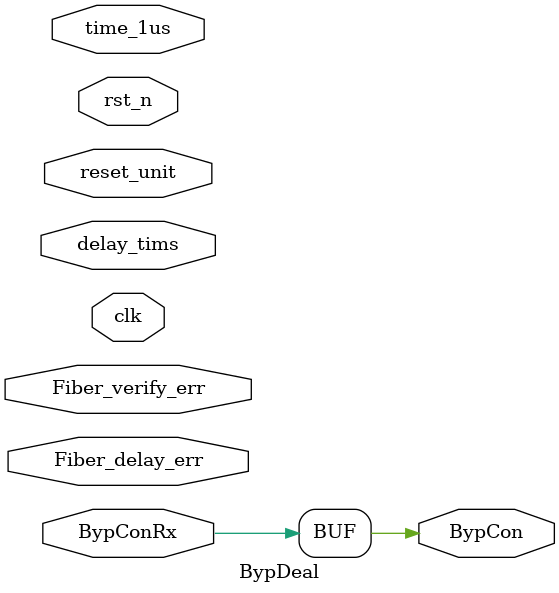
<source format=v>
 module BypDeal (
						clk				,
						rst_n			,
						time_1us    	,
						reset_unit		,
						BypConRx		,
						Fiber_delay_err	,
						Fiber_verify_err,
						delay_tims,
						BypCon	
						);

input	clk;
input	rst_n;
input	time_1us;
input	reset_unit;
input	BypConRx;
input	Fiber_delay_err;
input	Fiber_verify_err;
input	[13:0]delay_tims;
output	BypCon;

wire	BypCon;
reg	BypConA;
reg	[13:0]DelayCnt;
reg	[1:0]time_1us_syn;
reg	[15:0]OnTimeCnt;

parameter OnTime = 10000;//10ms

always@(posedge clk)
begin
	time_1us_syn <= {time_1us_syn[0],time_1us};
end

always@(posedge clk)
begin
	if(!rst_n)
	begin
		BypConA <= 0;
		DelayCnt <= 0;
		OnTimeCnt <= 0;
	end
	else if(reset_unit == 1)
	begin
		BypConA <= 0;
		DelayCnt <= 0;
		OnTimeCnt <= 0;
	end
	else
	begin
		if(BypConA == 1'b1)
		begin
			if((time_1us_syn == 2'b01)&&(OnTimeCnt > 0))
			begin
				OnTimeCnt <= OnTimeCnt - 1'b1;
			end
		end
		else if(Fiber_delay_err|Fiber_verify_err)
		begin
			if(DelayCnt >= delay_tims)
			begin
				BypConA <= 1;
				OnTimeCnt <= OnTime;
			end
			else if(time_1us_syn == 2'b01)
			begin
				DelayCnt <= DelayCnt + 1'b1;
			end
		end
		else
		begin
			DelayCnt <= 0;
		end
	end
end

//assign	BypCon = (OnTimeCnt > 1'b1)? 1'b1 : BypConRx;//通讯下发故障后，由单元控制板自行旁路，但是有风险，暂时不使用，Erik
assign	BypCon =  BypConRx;//旁路接触器的闭合只能由主控控制，Erik

endmodule
			
</source>
